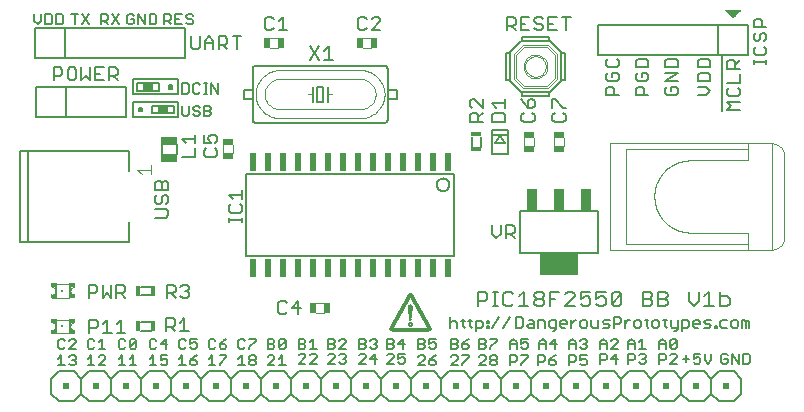
<source format=gto>
G75*
G70*
%OFA0B0*%
%FSLAX24Y24*%
%IPPOS*%
%LPD*%
%AMOC8*
5,1,8,0,0,1.08239X$1,22.5*
%
%ADD10C,0.0080*%
%ADD11C,0.0060*%
%ADD12C,0.0050*%
%ADD13C,0.0025*%
%ADD14C,0.0040*%
%ADD15C,0.0020*%
%ADD16R,0.0197X0.0374*%
%ADD17R,0.0197X0.0374*%
%ADD18R,0.1260X0.0730*%
%ADD19R,0.0340X0.0730*%
%ADD20R,0.0374X0.0197*%
%ADD21R,0.0374X0.0197*%
%ADD22R,0.0551X0.0256*%
%ADD23C,0.0049*%
%ADD24R,0.0340X0.0160*%
%ADD25R,0.0197X0.0128*%
%ADD26R,0.0098X0.0059*%
%ADD27R,0.0069X0.0157*%
%ADD28R,0.0079X0.0079*%
%ADD29R,0.0118X0.0118*%
%ADD30R,0.0030X0.0128*%
%ADD31R,0.0160X0.0340*%
%ADD32C,0.0120*%
%ADD33R,0.0200X0.0600*%
%ADD34R,0.0200X0.0200*%
%ADD35R,0.0551X0.0079*%
%ADD36C,0.0030*%
D10*
X002441Y002711D02*
X002441Y003131D01*
X002651Y003131D01*
X002721Y003061D01*
X002721Y002921D01*
X002651Y002851D01*
X002441Y002851D01*
X002901Y002711D02*
X003181Y002711D01*
X003041Y002711D02*
X003041Y003131D01*
X002901Y002991D01*
X003361Y002991D02*
X003502Y003131D01*
X003502Y002711D01*
X003642Y002711D02*
X003361Y002711D01*
X003342Y003878D02*
X003342Y004299D01*
X003553Y004299D01*
X003623Y004229D01*
X003623Y004088D01*
X003553Y004018D01*
X003342Y004018D01*
X003483Y004018D02*
X003623Y003878D01*
X003162Y003878D02*
X003162Y004299D01*
X002882Y004299D02*
X002882Y003878D01*
X003022Y004018D01*
X003162Y003878D01*
X002702Y004088D02*
X002702Y004229D01*
X002632Y004299D01*
X002422Y004299D01*
X002422Y003878D01*
X002422Y004018D02*
X002632Y004018D01*
X002702Y004088D01*
X015384Y004077D02*
X015384Y003597D01*
X015384Y003757D02*
X015624Y003757D01*
X015704Y003837D01*
X015704Y003997D01*
X015624Y004077D01*
X015384Y004077D01*
X015899Y004077D02*
X016059Y004077D01*
X015979Y004077D02*
X015979Y003597D01*
X015899Y003597D02*
X016059Y003597D01*
X016243Y003677D02*
X016323Y003597D01*
X016483Y003597D01*
X016563Y003677D01*
X016759Y003597D02*
X017079Y003597D01*
X016919Y003597D02*
X016919Y004077D01*
X016759Y003917D01*
X016563Y003997D02*
X016483Y004077D01*
X016323Y004077D01*
X016243Y003997D01*
X016243Y003677D01*
X017274Y003677D02*
X017274Y003757D01*
X017354Y003837D01*
X017514Y003837D01*
X017594Y003757D01*
X017594Y003677D01*
X017514Y003597D01*
X017354Y003597D01*
X017274Y003677D01*
X017354Y003837D02*
X017274Y003917D01*
X017274Y003997D01*
X017354Y004077D01*
X017514Y004077D01*
X017594Y003997D01*
X017594Y003917D01*
X017514Y003837D01*
X017790Y003837D02*
X017950Y003837D01*
X017790Y003597D02*
X017790Y004077D01*
X018110Y004077D01*
X018306Y003997D02*
X018386Y004077D01*
X018546Y004077D01*
X018626Y003997D01*
X018626Y003917D01*
X018306Y003597D01*
X018626Y003597D01*
X018821Y003677D02*
X018901Y003597D01*
X019061Y003597D01*
X019141Y003677D01*
X019141Y003837D01*
X019061Y003917D01*
X018981Y003917D01*
X018821Y003837D01*
X018821Y004077D01*
X019141Y004077D01*
X019337Y004077D02*
X019337Y003837D01*
X019497Y003917D01*
X019577Y003917D01*
X019657Y003837D01*
X019657Y003677D01*
X019577Y003597D01*
X019417Y003597D01*
X019337Y003677D01*
X019852Y003677D02*
X020173Y003997D01*
X020173Y003677D01*
X020093Y003597D01*
X019932Y003597D01*
X019852Y003677D01*
X019852Y003997D01*
X019932Y004077D01*
X020093Y004077D01*
X020173Y003997D01*
X019657Y004077D02*
X019337Y004077D01*
X020884Y004077D02*
X020884Y003597D01*
X021124Y003597D01*
X021204Y003677D01*
X021204Y003757D01*
X021124Y003837D01*
X020884Y003837D01*
X021124Y003837D02*
X021204Y003917D01*
X021204Y003997D01*
X021124Y004077D01*
X020884Y004077D01*
X021399Y004077D02*
X021639Y004077D01*
X021720Y003997D01*
X021720Y003917D01*
X021639Y003837D01*
X021399Y003837D01*
X021399Y003597D02*
X021639Y003597D01*
X021720Y003677D01*
X021720Y003757D01*
X021639Y003837D01*
X021399Y003597D02*
X021399Y004077D01*
X022431Y004077D02*
X022431Y003757D01*
X022591Y003597D01*
X022751Y003757D01*
X022751Y004077D01*
X022946Y003917D02*
X023106Y004077D01*
X023106Y003597D01*
X022946Y003597D02*
X023266Y003597D01*
X023462Y003597D02*
X023702Y003597D01*
X023782Y003677D01*
X023782Y003837D01*
X023702Y003917D01*
X023462Y003917D01*
X023462Y004077D02*
X023462Y003597D01*
X019390Y005367D02*
X016809Y005367D01*
X016809Y006767D01*
X019390Y006767D01*
X019390Y005367D01*
X023541Y010082D02*
X023541Y011923D01*
X023700Y011713D02*
X023770Y011783D01*
X023910Y011783D01*
X023980Y011713D01*
X023980Y011503D01*
X023980Y011643D02*
X024121Y011783D01*
X023700Y011713D02*
X023700Y011503D01*
X024121Y011503D01*
X024121Y011322D02*
X024121Y011042D01*
X023700Y011042D01*
X023770Y010862D02*
X023700Y010792D01*
X023700Y010652D01*
X023770Y010582D01*
X024051Y010582D01*
X024121Y010652D01*
X024121Y010792D01*
X024051Y010862D01*
X024121Y010402D02*
X023700Y010402D01*
X023840Y010262D01*
X023700Y010122D01*
X024121Y010122D01*
X023136Y010771D02*
X022996Y010631D01*
X022716Y010631D01*
X022996Y010911D02*
X023136Y010771D01*
X022996Y010911D02*
X022716Y010911D01*
X022716Y011091D02*
X022716Y011302D01*
X022786Y011372D01*
X023066Y011372D01*
X023136Y011302D01*
X023136Y011091D01*
X022716Y011091D01*
X022054Y011091D02*
X021633Y011091D01*
X022054Y011372D01*
X021633Y011372D01*
X021633Y011552D02*
X021633Y011762D01*
X021703Y011832D01*
X021984Y011832D01*
X022054Y011762D01*
X022054Y011552D01*
X021633Y011552D01*
X021069Y011552D02*
X021069Y011762D01*
X020999Y011832D01*
X020719Y011832D01*
X020649Y011762D01*
X020649Y011552D01*
X021069Y011552D01*
X020999Y011372D02*
X020859Y011372D01*
X020859Y011232D01*
X020719Y011372D02*
X020649Y011302D01*
X020649Y011162D01*
X020719Y011091D01*
X020999Y011091D01*
X021069Y011162D01*
X021069Y011302D01*
X020999Y011372D01*
X020859Y010911D02*
X020719Y010911D01*
X020649Y010841D01*
X020649Y010631D01*
X021069Y010631D01*
X020929Y010631D02*
X020929Y010841D01*
X020859Y010911D01*
X021633Y010841D02*
X021633Y010701D01*
X021703Y010631D01*
X021984Y010631D01*
X022054Y010701D01*
X022054Y010841D01*
X021984Y010911D01*
X021843Y010911D01*
X021843Y010771D01*
X021703Y010911D02*
X021633Y010841D01*
X022716Y011552D02*
X022716Y011762D01*
X022786Y011832D01*
X023066Y011832D01*
X023136Y011762D01*
X023136Y011552D01*
X022716Y011552D01*
X024586Y011653D02*
X024586Y011793D01*
X024586Y011723D02*
X025006Y011723D01*
X025006Y011653D02*
X025006Y011793D01*
X024936Y011960D02*
X024656Y011960D01*
X024586Y012030D01*
X024586Y012170D01*
X024656Y012240D01*
X024656Y012420D02*
X024726Y012420D01*
X024796Y012490D01*
X024796Y012630D01*
X024866Y012700D01*
X024936Y012700D01*
X025006Y012630D01*
X025006Y012490D01*
X024936Y012420D01*
X024936Y012240D02*
X025006Y012170D01*
X025006Y012030D01*
X024936Y011960D01*
X024656Y012420D02*
X024586Y012490D01*
X024586Y012630D01*
X024656Y012700D01*
X024586Y012881D02*
X024586Y013091D01*
X024656Y013161D01*
X024796Y013161D01*
X024866Y013091D01*
X024866Y012881D01*
X025006Y012881D02*
X024586Y012881D01*
X020085Y011762D02*
X020085Y011622D01*
X020015Y011552D01*
X019735Y011552D01*
X019665Y011622D01*
X019665Y011762D01*
X019735Y011832D01*
X020015Y011832D02*
X020085Y011762D01*
X020015Y011372D02*
X019875Y011372D01*
X019875Y011232D01*
X020015Y011372D02*
X020085Y011302D01*
X020085Y011162D01*
X020015Y011091D01*
X019735Y011091D01*
X019665Y011162D01*
X019665Y011302D01*
X019735Y011372D01*
X019735Y010911D02*
X019875Y010911D01*
X019945Y010841D01*
X019945Y010631D01*
X020085Y010631D02*
X019665Y010631D01*
X019665Y010841D01*
X019735Y010911D01*
X007498Y012580D02*
X007217Y012580D01*
X007358Y012580D02*
X007358Y012160D01*
X007037Y012160D02*
X006897Y012300D01*
X006967Y012300D02*
X006757Y012300D01*
X006757Y012160D02*
X006757Y012580D01*
X006967Y012580D01*
X007037Y012510D01*
X007037Y012370D01*
X006967Y012300D01*
X006577Y012370D02*
X006297Y012370D01*
X006297Y012440D02*
X006437Y012580D01*
X006577Y012440D01*
X006577Y012160D01*
X006297Y012160D02*
X006297Y012440D01*
X006117Y012580D02*
X006117Y012230D01*
X006047Y012160D01*
X005906Y012160D01*
X005836Y012230D01*
X005836Y012580D01*
X003381Y011477D02*
X003381Y011337D01*
X003311Y011267D01*
X003101Y011267D01*
X003241Y011267D02*
X003381Y011126D01*
X003101Y011126D02*
X003101Y011547D01*
X003311Y011547D01*
X003381Y011477D01*
X002921Y011547D02*
X002641Y011547D01*
X002641Y011126D01*
X002921Y011126D01*
X002781Y011337D02*
X002641Y011337D01*
X002461Y011547D02*
X002461Y011126D01*
X002320Y011267D01*
X002180Y011126D01*
X002180Y011547D01*
X002000Y011477D02*
X001930Y011547D01*
X001790Y011547D01*
X001720Y011477D01*
X001720Y011196D01*
X001790Y011126D01*
X001930Y011126D01*
X002000Y011196D01*
X002000Y011477D01*
X001540Y011477D02*
X001540Y011337D01*
X001470Y011267D01*
X001260Y011267D01*
X001260Y011126D02*
X001260Y011547D01*
X001470Y011547D01*
X001540Y011477D01*
D11*
X001170Y000670D02*
X001420Y000420D01*
X001920Y000420D01*
X002170Y000670D01*
X002420Y000420D01*
X002920Y000420D01*
X003170Y000670D01*
X003170Y001170D01*
X002920Y001420D01*
X002420Y001420D01*
X002170Y001170D01*
X002170Y000670D01*
X002170Y001170D02*
X001920Y001420D01*
X001420Y001420D01*
X001170Y001170D01*
X001170Y000670D01*
X001397Y001618D02*
X001624Y001618D01*
X001511Y001618D02*
X001511Y001959D01*
X001397Y001845D01*
X001766Y001902D02*
X001822Y001959D01*
X001936Y001959D01*
X001992Y001902D01*
X001992Y001845D01*
X001936Y001789D01*
X001992Y001732D01*
X001992Y001675D01*
X001936Y001618D01*
X001822Y001618D01*
X001766Y001675D01*
X001879Y001789D02*
X001936Y001789D01*
X001992Y002160D02*
X001766Y002160D01*
X001992Y002387D01*
X001992Y002443D01*
X001936Y002500D01*
X001822Y002500D01*
X001766Y002443D01*
X001624Y002443D02*
X001567Y002500D01*
X001454Y002500D01*
X001397Y002443D01*
X001397Y002216D01*
X001454Y002160D01*
X001567Y002160D01*
X001624Y002216D01*
X002381Y002216D02*
X002438Y002160D01*
X002552Y002160D01*
X002608Y002216D01*
X002750Y002160D02*
X002977Y002160D01*
X002863Y002160D02*
X002863Y002500D01*
X002750Y002387D01*
X002608Y002443D02*
X002552Y002500D01*
X002438Y002500D01*
X002381Y002443D01*
X002381Y002216D01*
X002495Y001959D02*
X002495Y001618D01*
X002608Y001618D02*
X002381Y001618D01*
X002750Y001618D02*
X002977Y001845D01*
X002977Y001902D01*
X002920Y001959D01*
X002806Y001959D01*
X002750Y001902D01*
X002495Y001959D02*
X002381Y001845D01*
X002750Y001618D02*
X002977Y001618D01*
X003415Y001618D02*
X003642Y001618D01*
X003528Y001618D02*
X003528Y001959D01*
X003415Y001845D01*
X003783Y001845D02*
X003897Y001959D01*
X003897Y001618D01*
X004010Y001618D02*
X003783Y001618D01*
X003920Y001420D02*
X003420Y001420D01*
X003170Y001170D01*
X003920Y001420D02*
X004170Y001170D01*
X004420Y001420D01*
X004920Y001420D01*
X005170Y001170D01*
X005420Y001420D01*
X005920Y001420D01*
X006170Y001170D01*
X006170Y000670D01*
X005920Y000420D01*
X005420Y000420D01*
X005170Y000670D01*
X004920Y000420D01*
X004420Y000420D01*
X004170Y000670D01*
X003920Y000420D01*
X003420Y000420D01*
X003170Y000670D01*
X004170Y000670D02*
X004170Y001170D01*
X004448Y001618D02*
X004675Y001618D01*
X004562Y001618D02*
X004562Y001959D01*
X004448Y001845D01*
X004817Y001789D02*
X004817Y001959D01*
X005044Y001959D01*
X004987Y001845D02*
X005044Y001789D01*
X005044Y001675D01*
X004987Y001618D01*
X004873Y001618D01*
X004817Y001675D01*
X004817Y001789D02*
X004930Y001845D01*
X004987Y001845D01*
X004987Y002160D02*
X004987Y002500D01*
X004817Y002330D01*
X005044Y002330D01*
X004675Y002443D02*
X004619Y002500D01*
X004505Y002500D01*
X004448Y002443D01*
X004448Y002216D01*
X004505Y002160D01*
X004619Y002160D01*
X004675Y002216D01*
X004010Y002216D02*
X003953Y002160D01*
X003840Y002160D01*
X003783Y002216D01*
X004010Y002443D01*
X004010Y002216D01*
X003783Y002216D02*
X003783Y002443D01*
X003840Y002500D01*
X003953Y002500D01*
X004010Y002443D01*
X003642Y002443D02*
X003585Y002500D01*
X003472Y002500D01*
X003415Y002443D01*
X003415Y002216D01*
X003472Y002160D01*
X003585Y002160D01*
X003642Y002216D01*
X004150Y002777D02*
X004490Y002777D01*
X004490Y003057D02*
X004150Y003057D01*
X005000Y003188D02*
X005000Y002747D01*
X005000Y002894D02*
X005220Y002894D01*
X005294Y002967D01*
X005294Y003114D01*
X005220Y003188D01*
X005000Y003188D01*
X005147Y002894D02*
X005294Y002747D01*
X005460Y002747D02*
X005754Y002747D01*
X005607Y002747D02*
X005607Y003188D01*
X005460Y003041D01*
X005489Y002500D02*
X005433Y002443D01*
X005433Y002216D01*
X005489Y002160D01*
X005603Y002160D01*
X005660Y002216D01*
X005801Y002216D02*
X005858Y002160D01*
X005971Y002160D01*
X006028Y002216D01*
X006028Y002330D01*
X005971Y002387D01*
X005914Y002387D01*
X005801Y002330D01*
X005801Y002500D01*
X006028Y002500D01*
X006417Y002443D02*
X006417Y002216D01*
X006474Y002160D01*
X006587Y002160D01*
X006644Y002216D01*
X006785Y002216D02*
X006842Y002160D01*
X006955Y002160D01*
X007012Y002216D01*
X007012Y002273D01*
X006955Y002330D01*
X006785Y002330D01*
X006785Y002216D01*
X006785Y002330D02*
X006899Y002443D01*
X007012Y002500D01*
X007401Y002443D02*
X007401Y002216D01*
X007458Y002160D01*
X007571Y002160D01*
X007628Y002216D01*
X007769Y002216D02*
X007769Y002160D01*
X007769Y002216D02*
X007996Y002443D01*
X007996Y002500D01*
X007769Y002500D01*
X007628Y002443D02*
X007571Y002500D01*
X007458Y002500D01*
X007401Y002443D01*
X007515Y001959D02*
X007515Y001618D01*
X007628Y001618D02*
X007401Y001618D01*
X007420Y001420D02*
X007170Y001170D01*
X007170Y000670D01*
X007420Y000420D01*
X007920Y000420D01*
X008170Y000670D01*
X008420Y000420D01*
X008920Y000420D01*
X009170Y000670D01*
X009170Y001170D01*
X008920Y001420D01*
X008420Y001420D01*
X008170Y001170D01*
X008170Y000670D01*
X008170Y001170D02*
X007920Y001420D01*
X007420Y001420D01*
X007170Y001170D02*
X006920Y001420D01*
X006420Y001420D01*
X006170Y001170D01*
X005971Y001618D02*
X005858Y001618D01*
X005801Y001675D01*
X005801Y001789D01*
X005971Y001789D01*
X006028Y001732D01*
X006028Y001675D01*
X005971Y001618D01*
X006417Y001618D02*
X006644Y001618D01*
X006530Y001618D02*
X006530Y001959D01*
X006417Y001845D01*
X006028Y001959D02*
X005914Y001902D01*
X005801Y001789D01*
X005546Y001959D02*
X005546Y001618D01*
X005433Y001618D02*
X005660Y001618D01*
X005433Y001845D02*
X005546Y001959D01*
X005660Y002443D02*
X005603Y002500D01*
X005489Y002500D01*
X006417Y002443D02*
X006474Y002500D01*
X006587Y002500D01*
X006644Y002443D01*
X006785Y001959D02*
X007012Y001959D01*
X007012Y001902D01*
X006785Y001675D01*
X006785Y001618D01*
X007401Y001845D02*
X007515Y001959D01*
X007769Y001902D02*
X007769Y001845D01*
X007826Y001789D01*
X007940Y001789D01*
X007996Y001732D01*
X007996Y001675D01*
X007940Y001618D01*
X007826Y001618D01*
X007769Y001675D01*
X007769Y001732D01*
X007826Y001789D01*
X007940Y001789D02*
X007996Y001845D01*
X007996Y001902D01*
X007940Y001959D01*
X007826Y001959D01*
X007769Y001902D01*
X008385Y001902D02*
X008442Y001959D01*
X008556Y001959D01*
X008612Y001902D01*
X008612Y001845D01*
X008385Y001618D01*
X008612Y001618D01*
X008754Y001618D02*
X008981Y001618D01*
X008867Y001618D02*
X008867Y001959D01*
X008754Y001845D01*
X008810Y002160D02*
X008754Y002216D01*
X008981Y002443D01*
X008981Y002216D01*
X008924Y002160D01*
X008810Y002160D01*
X008754Y002216D02*
X008754Y002443D01*
X008810Y002500D01*
X008924Y002500D01*
X008981Y002443D01*
X008612Y002443D02*
X008556Y002500D01*
X008385Y002500D01*
X008385Y002160D01*
X008556Y002160D01*
X008612Y002216D01*
X008612Y002273D01*
X008556Y002330D01*
X008385Y002330D01*
X008556Y002330D02*
X008612Y002387D01*
X008612Y002443D01*
X009419Y002500D02*
X009419Y002160D01*
X009589Y002160D01*
X009646Y002216D01*
X009646Y002273D01*
X009589Y002330D01*
X009419Y002330D01*
X009589Y002330D02*
X009646Y002387D01*
X009646Y002443D01*
X009589Y002500D01*
X009419Y002500D01*
X009787Y002387D02*
X009901Y002500D01*
X009901Y002160D01*
X010014Y002160D02*
X009787Y002160D01*
X009844Y002008D02*
X009787Y001951D01*
X009844Y002008D02*
X009957Y002008D01*
X010014Y001951D01*
X010014Y001894D01*
X009787Y001668D01*
X010014Y001668D01*
X009646Y001668D02*
X009419Y001668D01*
X009646Y001894D01*
X009646Y001951D01*
X009589Y002008D01*
X009476Y002008D01*
X009419Y001951D01*
X009420Y001420D02*
X009920Y001420D01*
X010170Y001170D01*
X010420Y001420D01*
X010920Y001420D01*
X011170Y001170D01*
X011420Y001420D01*
X011920Y001420D01*
X012170Y001170D01*
X012170Y000670D01*
X011920Y000420D01*
X011420Y000420D01*
X011170Y000670D01*
X010920Y000420D01*
X010420Y000420D01*
X010170Y000670D01*
X009920Y000420D01*
X009420Y000420D01*
X009170Y000670D01*
X009170Y001170D02*
X009420Y001420D01*
X010170Y001170D02*
X010170Y000670D01*
X011170Y000670D02*
X011170Y001170D01*
X010942Y001668D02*
X010828Y001668D01*
X010771Y001724D01*
X010630Y001668D02*
X010403Y001668D01*
X010630Y001894D01*
X010630Y001951D01*
X010573Y002008D01*
X010460Y002008D01*
X010403Y001951D01*
X010403Y002160D02*
X010573Y002160D01*
X010630Y002216D01*
X010630Y002273D01*
X010573Y002330D01*
X010403Y002330D01*
X010403Y002160D02*
X010403Y002500D01*
X010573Y002500D01*
X010630Y002443D01*
X010630Y002387D01*
X010573Y002330D01*
X010771Y002443D02*
X010828Y002500D01*
X010942Y002500D01*
X010998Y002443D01*
X010998Y002387D01*
X010771Y002160D01*
X010998Y002160D01*
X010942Y002008D02*
X010998Y001951D01*
X010998Y001894D01*
X010942Y001838D01*
X010998Y001781D01*
X010998Y001724D01*
X010942Y001668D01*
X010942Y001838D02*
X010885Y001838D01*
X010771Y001951D02*
X010828Y002008D01*
X010942Y002008D01*
X011437Y001951D02*
X011493Y002008D01*
X011607Y002008D01*
X011663Y001951D01*
X011663Y001894D01*
X011437Y001668D01*
X011663Y001668D01*
X011805Y001838D02*
X012032Y001838D01*
X011975Y001668D02*
X011975Y002008D01*
X011805Y001838D01*
X011862Y002160D02*
X011805Y002216D01*
X011862Y002160D02*
X011975Y002160D01*
X012032Y002216D01*
X012032Y002273D01*
X011975Y002330D01*
X011918Y002330D01*
X011975Y002330D02*
X012032Y002387D01*
X012032Y002443D01*
X011975Y002500D01*
X011862Y002500D01*
X011805Y002443D01*
X011663Y002443D02*
X011663Y002387D01*
X011607Y002330D01*
X011437Y002330D01*
X011607Y002330D02*
X011663Y002273D01*
X011663Y002216D01*
X011607Y002160D01*
X011437Y002160D01*
X011437Y002500D01*
X011607Y002500D01*
X011663Y002443D01*
X012372Y002500D02*
X012372Y002160D01*
X012542Y002160D01*
X012599Y002216D01*
X012599Y002273D01*
X012542Y002330D01*
X012372Y002330D01*
X012542Y002330D02*
X012599Y002387D01*
X012599Y002443D01*
X012542Y002500D01*
X012372Y002500D01*
X012740Y002330D02*
X012967Y002330D01*
X012910Y002160D02*
X012910Y002500D01*
X012740Y002330D01*
X012740Y002008D02*
X012740Y001838D01*
X012853Y001894D01*
X012910Y001894D01*
X012967Y001838D01*
X012967Y001724D01*
X012910Y001668D01*
X012797Y001668D01*
X012740Y001724D01*
X012599Y001668D02*
X012372Y001668D01*
X012599Y001894D01*
X012599Y001951D01*
X012542Y002008D01*
X012428Y002008D01*
X012372Y001951D01*
X012740Y002008D02*
X012967Y002008D01*
X013405Y001902D02*
X013462Y001959D01*
X013575Y001959D01*
X013632Y001902D01*
X013632Y001845D01*
X013405Y001618D01*
X013632Y001618D01*
X013773Y001675D02*
X013830Y001618D01*
X013944Y001618D01*
X014000Y001675D01*
X014000Y001732D01*
X013944Y001789D01*
X013773Y001789D01*
X013773Y001675D01*
X013773Y001789D02*
X013887Y001902D01*
X014000Y001959D01*
X013944Y002160D02*
X013830Y002160D01*
X013773Y002216D01*
X013773Y002330D02*
X013887Y002387D01*
X013944Y002387D01*
X014000Y002330D01*
X014000Y002216D01*
X013944Y002160D01*
X013773Y002330D02*
X013773Y002500D01*
X014000Y002500D01*
X013632Y002443D02*
X013632Y002387D01*
X013575Y002330D01*
X013405Y002330D01*
X013405Y002160D02*
X013405Y002500D01*
X013575Y002500D01*
X013632Y002443D01*
X013575Y002330D02*
X013632Y002273D01*
X013632Y002216D01*
X013575Y002160D01*
X013405Y002160D01*
X014488Y002160D02*
X014658Y002160D01*
X014715Y002216D01*
X014715Y002273D01*
X014658Y002330D01*
X014488Y002330D01*
X014658Y002330D02*
X014715Y002387D01*
X014715Y002443D01*
X014658Y002500D01*
X014488Y002500D01*
X014488Y002160D01*
X014544Y001959D02*
X014488Y001902D01*
X014544Y001959D02*
X014658Y001959D01*
X014715Y001902D01*
X014715Y001845D01*
X014488Y001618D01*
X014715Y001618D01*
X014856Y001618D02*
X014856Y001675D01*
X015083Y001902D01*
X015083Y001959D01*
X014856Y001959D01*
X014913Y002160D02*
X015026Y002160D01*
X015083Y002216D01*
X015083Y002273D01*
X015026Y002330D01*
X014856Y002330D01*
X014856Y002216D01*
X014913Y002160D01*
X014856Y002330D02*
X014970Y002443D01*
X015083Y002500D01*
X015423Y002500D02*
X015593Y002500D01*
X015650Y002443D01*
X015650Y002387D01*
X015593Y002330D01*
X015423Y002330D01*
X015593Y002330D02*
X015650Y002273D01*
X015650Y002216D01*
X015593Y002160D01*
X015423Y002160D01*
X015423Y002500D01*
X015791Y002500D02*
X016018Y002500D01*
X016018Y002443D01*
X015791Y002216D01*
X015791Y002160D01*
X015848Y001959D02*
X015961Y001959D01*
X016018Y001902D01*
X016018Y001845D01*
X015961Y001789D01*
X015848Y001789D01*
X015791Y001845D01*
X015791Y001902D01*
X015848Y001959D01*
X015848Y001789D02*
X015791Y001732D01*
X015791Y001675D01*
X015848Y001618D01*
X015961Y001618D01*
X016018Y001675D01*
X016018Y001732D01*
X015961Y001789D01*
X016456Y001732D02*
X016626Y001732D01*
X016683Y001789D01*
X016683Y001902D01*
X016626Y001959D01*
X016456Y001959D01*
X016456Y001618D01*
X016420Y001420D02*
X016170Y001170D01*
X016170Y000670D01*
X016420Y000420D01*
X016920Y000420D01*
X017170Y000670D01*
X017420Y000420D01*
X017920Y000420D01*
X018170Y000670D01*
X018170Y001170D01*
X017920Y001420D01*
X017420Y001420D01*
X017170Y001170D01*
X017170Y000670D01*
X017170Y001170D02*
X016920Y001420D01*
X016420Y001420D01*
X016170Y001170D02*
X015920Y001420D01*
X015420Y001420D01*
X015170Y001170D01*
X015170Y000670D01*
X014920Y000420D01*
X014420Y000420D01*
X014170Y000670D01*
X013920Y000420D01*
X013420Y000420D01*
X013170Y000670D01*
X012920Y000420D01*
X012420Y000420D01*
X012170Y000670D01*
X012170Y001170D02*
X012420Y001420D01*
X012920Y001420D01*
X013170Y001170D01*
X013420Y001420D01*
X013920Y001420D01*
X014170Y001170D01*
X014420Y001420D01*
X014920Y001420D01*
X015170Y001170D01*
X015423Y001618D02*
X015650Y001845D01*
X015650Y001902D01*
X015593Y001959D01*
X015480Y001959D01*
X015423Y001902D01*
X015423Y001618D02*
X015650Y001618D01*
X016456Y002160D02*
X016456Y002387D01*
X016570Y002500D01*
X016683Y002387D01*
X016683Y002160D01*
X016825Y002216D02*
X016881Y002160D01*
X016995Y002160D01*
X017051Y002216D01*
X017051Y002330D01*
X016995Y002387D01*
X016938Y002387D01*
X016825Y002330D01*
X016825Y002500D01*
X017051Y002500D01*
X017441Y002387D02*
X017554Y002500D01*
X017667Y002387D01*
X017667Y002160D01*
X017667Y002330D02*
X017441Y002330D01*
X017441Y002387D02*
X017441Y002160D01*
X017391Y001959D02*
X017561Y001959D01*
X017618Y001902D01*
X017618Y001789D01*
X017561Y001732D01*
X017391Y001732D01*
X017391Y001618D02*
X017391Y001959D01*
X017051Y001959D02*
X017051Y001902D01*
X016825Y001675D01*
X016825Y001618D01*
X016825Y001959D02*
X017051Y001959D01*
X016683Y002330D02*
X016456Y002330D01*
X017760Y001789D02*
X017760Y001675D01*
X017816Y001618D01*
X017930Y001618D01*
X017986Y001675D01*
X017986Y001732D01*
X017930Y001789D01*
X017760Y001789D01*
X017873Y001902D01*
X017986Y001959D01*
X017979Y002160D02*
X017979Y002500D01*
X017809Y002330D01*
X018036Y002330D01*
X018425Y002330D02*
X018652Y002330D01*
X018652Y002387D02*
X018652Y002160D01*
X018793Y002216D02*
X018850Y002160D01*
X018963Y002160D01*
X019020Y002216D01*
X019020Y002273D01*
X018963Y002330D01*
X018907Y002330D01*
X018963Y002330D02*
X019020Y002387D01*
X019020Y002443D01*
X018963Y002500D01*
X018850Y002500D01*
X018793Y002443D01*
X018652Y002387D02*
X018538Y002500D01*
X018425Y002387D01*
X018425Y002160D01*
X018425Y001959D02*
X018595Y001959D01*
X018652Y001902D01*
X018652Y001789D01*
X018595Y001732D01*
X018425Y001732D01*
X018425Y001618D02*
X018425Y001959D01*
X018793Y001959D02*
X018793Y001789D01*
X018907Y001845D01*
X018963Y001845D01*
X019020Y001789D01*
X019020Y001675D01*
X018963Y001618D01*
X018850Y001618D01*
X018793Y001675D01*
X018793Y001959D02*
X019020Y001959D01*
X019458Y002008D02*
X019458Y001668D01*
X019458Y001781D02*
X019628Y001781D01*
X019685Y001838D01*
X019685Y001951D01*
X019628Y002008D01*
X019458Y002008D01*
X019458Y002160D02*
X019458Y002387D01*
X019572Y002500D01*
X019685Y002387D01*
X019685Y002160D01*
X019827Y002160D02*
X020053Y002387D01*
X020053Y002443D01*
X019997Y002500D01*
X019883Y002500D01*
X019827Y002443D01*
X019685Y002330D02*
X019458Y002330D01*
X019827Y002160D02*
X020053Y002160D01*
X019997Y002008D02*
X019827Y001838D01*
X020053Y001838D01*
X019997Y001668D02*
X019997Y002008D01*
X020393Y002008D02*
X020393Y001668D01*
X020393Y001781D02*
X020563Y001781D01*
X020620Y001838D01*
X020620Y001951D01*
X020563Y002008D01*
X020393Y002008D01*
X020393Y002160D02*
X020393Y002387D01*
X020507Y002500D01*
X020620Y002387D01*
X020620Y002160D01*
X020762Y002160D02*
X020988Y002160D01*
X020875Y002160D02*
X020875Y002500D01*
X020762Y002387D01*
X020620Y002330D02*
X020393Y002330D01*
X020762Y001951D02*
X020818Y002008D01*
X020932Y002008D01*
X020988Y001951D01*
X020988Y001894D01*
X020932Y001838D01*
X020988Y001781D01*
X020988Y001724D01*
X020932Y001668D01*
X020818Y001668D01*
X020762Y001724D01*
X020875Y001838D02*
X020932Y001838D01*
X021427Y001781D02*
X021597Y001781D01*
X021654Y001838D01*
X021654Y001951D01*
X021597Y002008D01*
X021427Y002008D01*
X021427Y001668D01*
X021795Y001668D02*
X022022Y001894D01*
X022022Y001951D01*
X021965Y002008D01*
X021852Y002008D01*
X021795Y001951D01*
X021852Y002160D02*
X021795Y002216D01*
X022022Y002443D01*
X022022Y002216D01*
X021965Y002160D01*
X021852Y002160D01*
X021795Y002216D02*
X021795Y002443D01*
X021852Y002500D01*
X021965Y002500D01*
X022022Y002443D01*
X021654Y002387D02*
X021654Y002160D01*
X021654Y002330D02*
X021427Y002330D01*
X021427Y002387D02*
X021427Y002160D01*
X021427Y002387D02*
X021540Y002500D01*
X021654Y002387D01*
X022328Y001951D02*
X022328Y001724D01*
X022441Y001838D02*
X022214Y001838D01*
X022022Y001668D02*
X021795Y001668D01*
X021920Y001420D02*
X021420Y001420D01*
X021170Y001170D01*
X021170Y000670D01*
X021420Y000420D01*
X021920Y000420D01*
X022170Y000670D01*
X022420Y000420D01*
X022920Y000420D01*
X023170Y000670D01*
X023420Y000420D01*
X023920Y000420D01*
X024170Y000670D01*
X024170Y001170D01*
X023920Y001420D01*
X023420Y001420D01*
X023170Y001170D01*
X023170Y000670D01*
X023170Y001170D02*
X022920Y001420D01*
X022420Y001420D01*
X022170Y001170D01*
X022170Y000670D01*
X022170Y001170D02*
X021920Y001420D01*
X022582Y001724D02*
X022639Y001668D01*
X022753Y001668D01*
X022809Y001724D01*
X022809Y001838D01*
X022753Y001894D01*
X022696Y001894D01*
X022582Y001838D01*
X022582Y002008D01*
X022809Y002008D01*
X022951Y002008D02*
X022951Y001781D01*
X023064Y001668D01*
X023178Y001781D01*
X023178Y002008D01*
X023494Y001951D02*
X023494Y001724D01*
X023550Y001668D01*
X023664Y001668D01*
X023721Y001724D01*
X023721Y001838D01*
X023607Y001838D01*
X023494Y001951D02*
X023550Y002008D01*
X023664Y002008D01*
X023721Y001951D01*
X023862Y002008D02*
X024089Y001668D01*
X024089Y002008D01*
X024230Y002008D02*
X024400Y002008D01*
X024457Y001951D01*
X024457Y001724D01*
X024400Y001668D01*
X024230Y001668D01*
X024230Y002008D01*
X023862Y002008D02*
X023862Y001668D01*
X021170Y001170D02*
X020920Y001420D01*
X020420Y001420D01*
X020170Y001170D01*
X020170Y000670D01*
X020420Y000420D01*
X020920Y000420D01*
X021170Y000670D01*
X020170Y000670D02*
X019920Y000420D01*
X019420Y000420D01*
X019170Y000670D01*
X018920Y000420D01*
X018420Y000420D01*
X018170Y000670D01*
X018170Y001170D02*
X018420Y001420D01*
X018920Y001420D01*
X019170Y001170D01*
X019420Y001420D01*
X019920Y001420D01*
X020170Y001170D01*
X019170Y001170D02*
X019170Y000670D01*
X016170Y000670D02*
X015920Y000420D01*
X015420Y000420D01*
X015170Y000670D01*
X014170Y000670D02*
X014170Y001170D01*
X013170Y001170D02*
X013170Y000670D01*
X009410Y003314D02*
X009410Y003755D01*
X009190Y003534D01*
X009484Y003534D01*
X009024Y003388D02*
X008950Y003314D01*
X008803Y003314D01*
X008730Y003388D01*
X008730Y003681D01*
X008803Y003755D01*
X008950Y003755D01*
X009024Y003681D01*
X007653Y005258D02*
X014603Y005258D01*
X014603Y007985D01*
X007653Y007985D01*
X007653Y005258D01*
X005774Y004235D02*
X005701Y004309D01*
X005554Y004309D01*
X005480Y004235D01*
X005314Y004235D02*
X005314Y004088D01*
X005240Y004015D01*
X005020Y004015D01*
X005020Y003868D02*
X005020Y004309D01*
X005240Y004309D01*
X005314Y004235D01*
X005167Y004015D02*
X005314Y003868D01*
X005480Y003942D02*
X005554Y003868D01*
X005701Y003868D01*
X005774Y003942D01*
X005774Y004015D01*
X005701Y004088D01*
X005627Y004088D01*
X005701Y004088D02*
X005774Y004162D01*
X005774Y004235D01*
X004490Y004238D02*
X004150Y004238D01*
X004150Y003958D02*
X004490Y003958D01*
X007098Y006392D02*
X007098Y006539D01*
X007098Y006465D02*
X007538Y006465D01*
X007538Y006392D02*
X007538Y006539D01*
X007465Y006699D02*
X007538Y006772D01*
X007538Y006919D01*
X007465Y006993D01*
X007538Y007159D02*
X007538Y007453D01*
X007538Y007306D02*
X007098Y007306D01*
X007244Y007159D01*
X007171Y006993D02*
X007098Y006919D01*
X007098Y006772D01*
X007171Y006699D01*
X007465Y006699D01*
X005077Y006760D02*
X005077Y006613D01*
X005004Y006540D01*
X004637Y006540D01*
X004637Y006833D02*
X005004Y006833D01*
X005077Y006760D01*
X005004Y007000D02*
X005077Y007073D01*
X005077Y007220D01*
X005004Y007294D01*
X004931Y007294D01*
X004857Y007220D01*
X004857Y007073D01*
X004784Y007000D01*
X004710Y007000D01*
X004637Y007073D01*
X004637Y007220D01*
X004710Y007294D01*
X004637Y007460D02*
X004637Y007681D01*
X004710Y007754D01*
X004784Y007754D01*
X004857Y007681D01*
X004857Y007460D01*
X005077Y007460D02*
X004637Y007460D01*
X004857Y007681D02*
X004931Y007754D01*
X005004Y007754D01*
X005077Y007681D01*
X005077Y007460D01*
X005523Y008557D02*
X005963Y008557D01*
X005963Y008851D01*
X005963Y009018D02*
X005963Y009311D01*
X005963Y009165D02*
X005523Y009165D01*
X005670Y009018D01*
X005357Y008984D02*
X005357Y008661D01*
X004857Y008661D02*
X004857Y008984D01*
X006261Y009018D02*
X006481Y009018D01*
X006408Y009165D01*
X006408Y009238D01*
X006481Y009311D01*
X006628Y009311D01*
X006701Y009238D01*
X006701Y009091D01*
X006628Y009018D01*
X006628Y008851D02*
X006701Y008778D01*
X006701Y008631D01*
X006628Y008557D01*
X006334Y008557D01*
X006261Y008631D01*
X006261Y008778D01*
X006334Y008851D01*
X006261Y009018D02*
X006261Y009311D01*
X006261Y009927D02*
X006432Y009927D01*
X006488Y009984D01*
X006488Y010041D01*
X006432Y010098D01*
X006261Y010098D01*
X006120Y010041D02*
X006120Y009984D01*
X006063Y009927D01*
X005950Y009927D01*
X005893Y009984D01*
X005950Y010098D02*
X006063Y010098D01*
X006120Y010041D01*
X006120Y010211D02*
X006063Y010268D01*
X005950Y010268D01*
X005893Y010211D01*
X005893Y010154D01*
X005950Y010098D01*
X005752Y009984D02*
X005752Y010268D01*
X005525Y010268D02*
X005525Y009984D01*
X005581Y009927D01*
X005695Y009927D01*
X005752Y009984D01*
X006261Y009927D02*
X006261Y010268D01*
X006432Y010268D01*
X006488Y010211D01*
X006488Y010154D01*
X006432Y010098D01*
X006375Y010677D02*
X006261Y010677D01*
X006318Y010677D02*
X006318Y011018D01*
X006261Y011018D02*
X006375Y011018D01*
X006507Y011018D02*
X006734Y010677D01*
X006734Y011018D01*
X006507Y011018D02*
X006507Y010677D01*
X006120Y010734D02*
X006063Y010677D01*
X005950Y010677D01*
X005893Y010734D01*
X005893Y010961D01*
X005950Y011018D01*
X006063Y011018D01*
X006120Y010961D01*
X005752Y010961D02*
X005752Y010734D01*
X005695Y010677D01*
X005525Y010677D01*
X005525Y011018D01*
X005695Y011018D01*
X005752Y010961D01*
X007583Y010809D02*
X007583Y010509D01*
X007883Y010509D01*
X007883Y010809D01*
X007583Y010809D01*
X007883Y010809D02*
X007883Y011109D01*
X007883Y011509D01*
X007885Y011526D01*
X007889Y011543D01*
X007896Y011559D01*
X007906Y011573D01*
X007919Y011586D01*
X007933Y011596D01*
X007949Y011603D01*
X007966Y011607D01*
X007983Y011609D01*
X012283Y011609D01*
X012300Y011607D01*
X012317Y011603D01*
X012333Y011596D01*
X012347Y011586D01*
X012360Y011573D01*
X012370Y011559D01*
X012377Y011543D01*
X012381Y011526D01*
X012383Y011509D01*
X012383Y011109D01*
X012383Y010209D01*
X012383Y009809D01*
X012381Y009792D01*
X012377Y009775D01*
X012370Y009759D01*
X012360Y009745D01*
X012347Y009732D01*
X012333Y009722D01*
X012317Y009715D01*
X012300Y009711D01*
X012283Y009709D01*
X007983Y009709D01*
X007966Y009711D01*
X007949Y009715D01*
X007933Y009722D01*
X007919Y009732D01*
X007906Y009745D01*
X007896Y009759D01*
X007889Y009775D01*
X007885Y009792D01*
X007883Y009809D01*
X007883Y010209D01*
X007883Y010509D01*
X009883Y010409D02*
X009883Y010659D01*
X009883Y010909D01*
X010033Y010909D02*
X010233Y010909D01*
X010233Y010409D01*
X010033Y010409D01*
X010033Y010909D01*
X010383Y010909D02*
X010383Y010659D01*
X010383Y010409D01*
X012383Y010509D02*
X012683Y010509D01*
X012683Y010809D01*
X012383Y010809D01*
X010567Y011805D02*
X010273Y011805D01*
X010420Y011805D02*
X010420Y012246D01*
X010273Y012099D01*
X010106Y012246D02*
X009813Y011805D01*
X010106Y011805D02*
X009813Y012246D01*
X009041Y012790D02*
X008747Y012790D01*
X008894Y012790D02*
X008894Y013230D01*
X008747Y013083D01*
X008581Y013157D02*
X008507Y013230D01*
X008360Y013230D01*
X008287Y013157D01*
X008287Y012863D01*
X008360Y012790D01*
X008507Y012790D01*
X008581Y012863D01*
X005904Y013043D02*
X005847Y012987D01*
X005734Y012987D01*
X005677Y013043D01*
X005734Y013157D02*
X005847Y013157D01*
X005904Y013100D01*
X005904Y013043D01*
X005734Y013157D02*
X005677Y013213D01*
X005677Y013270D01*
X005734Y013327D01*
X005847Y013327D01*
X005904Y013270D01*
X005536Y013327D02*
X005309Y013327D01*
X005309Y012987D01*
X005536Y012987D01*
X005422Y013157D02*
X005309Y013157D01*
X005167Y013157D02*
X005111Y013100D01*
X004941Y013100D01*
X005054Y013100D02*
X005167Y012987D01*
X005167Y013157D02*
X005167Y013270D01*
X005111Y013327D01*
X004941Y013327D01*
X004941Y012987D01*
X004674Y013043D02*
X004674Y013270D01*
X004617Y013327D01*
X004447Y013327D01*
X004447Y012987D01*
X004617Y012987D01*
X004674Y013043D01*
X004305Y012987D02*
X004305Y013327D01*
X004079Y013327D02*
X004305Y012987D01*
X004079Y012987D02*
X004079Y013327D01*
X003937Y013270D02*
X003880Y013327D01*
X003767Y013327D01*
X003710Y013270D01*
X003710Y013043D01*
X003767Y012987D01*
X003880Y012987D01*
X003937Y013043D01*
X003937Y013157D01*
X003824Y013157D01*
X003420Y012987D02*
X003193Y013327D01*
X003051Y013270D02*
X003051Y013157D01*
X002995Y013100D01*
X002824Y013100D01*
X002824Y012987D02*
X002824Y013327D01*
X002995Y013327D01*
X003051Y013270D01*
X002938Y013100D02*
X003051Y012987D01*
X003193Y012987D02*
X003420Y013327D01*
X002435Y013327D02*
X002208Y012987D01*
X002435Y012987D02*
X002208Y013327D01*
X002067Y013327D02*
X001840Y013327D01*
X001954Y013327D02*
X001954Y012987D01*
X001573Y013043D02*
X001573Y013270D01*
X001517Y013327D01*
X001346Y013327D01*
X001346Y012987D01*
X001517Y012987D01*
X001573Y013043D01*
X001205Y013043D02*
X001148Y012987D01*
X000978Y012987D01*
X000978Y013327D01*
X001148Y013327D01*
X001205Y013270D01*
X001205Y013043D01*
X000837Y013100D02*
X000837Y013327D01*
X000610Y013327D02*
X000610Y013100D01*
X000723Y012987D01*
X000837Y013100D01*
X011387Y013157D02*
X011387Y012863D01*
X011461Y012790D01*
X011608Y012790D01*
X011681Y012863D01*
X011848Y012790D02*
X012141Y013083D01*
X012141Y013157D01*
X012068Y013230D01*
X011921Y013230D01*
X011848Y013157D01*
X011681Y013157D02*
X011608Y013230D01*
X011461Y013230D01*
X011387Y013157D01*
X011848Y012790D02*
X012141Y012790D01*
X016358Y012790D02*
X016358Y013230D01*
X016578Y013230D01*
X016651Y013157D01*
X016651Y013010D01*
X016578Y012936D01*
X016358Y012936D01*
X016505Y012936D02*
X016651Y012790D01*
X016818Y012790D02*
X017112Y012790D01*
X017279Y012863D02*
X017352Y012790D01*
X017499Y012790D01*
X017572Y012863D01*
X017572Y012936D01*
X017499Y013010D01*
X017352Y013010D01*
X017279Y013083D01*
X017279Y013157D01*
X017352Y013230D01*
X017499Y013230D01*
X017572Y013157D01*
X017739Y013230D02*
X017739Y012790D01*
X018033Y012790D01*
X017886Y013010D02*
X017739Y013010D01*
X017739Y013230D02*
X018033Y013230D01*
X018199Y013230D02*
X018493Y013230D01*
X018346Y013230D02*
X018346Y012790D01*
X017758Y012563D02*
X017758Y012437D01*
X017792Y012438D02*
X016866Y012438D01*
X016866Y012563D01*
X017758Y012563D01*
X017792Y012438D02*
X018171Y012058D01*
X018171Y012025D01*
X018296Y012025D01*
X018296Y011132D01*
X018171Y011132D01*
X018171Y011099D02*
X018171Y012025D01*
X016866Y012438D02*
X016832Y012438D01*
X016453Y012058D01*
X016453Y011132D01*
X016328Y011132D01*
X016328Y012025D01*
X016453Y012025D01*
X016818Y012790D02*
X016818Y013230D01*
X017112Y013230D01*
X016965Y013010D02*
X016818Y013010D01*
X016453Y011132D02*
X016453Y011099D01*
X016832Y010720D01*
X017758Y010720D01*
X017758Y010594D01*
X016866Y010594D01*
X016866Y010720D01*
X016842Y010492D02*
X016915Y010346D01*
X017062Y010199D01*
X017062Y010419D01*
X017135Y010492D01*
X017209Y010492D01*
X017282Y010419D01*
X017282Y010272D01*
X017209Y010199D01*
X017062Y010199D01*
X017209Y010032D02*
X017282Y009959D01*
X017282Y009812D01*
X017209Y009739D01*
X016915Y009739D01*
X016842Y009812D01*
X016842Y009959D01*
X016915Y010032D01*
X016298Y009959D02*
X016224Y010032D01*
X015931Y010032D01*
X015858Y009959D01*
X015858Y009739D01*
X016298Y009739D01*
X016298Y009959D01*
X016298Y010199D02*
X016298Y010492D01*
X016298Y010346D02*
X015858Y010346D01*
X016004Y010199D01*
X015560Y010199D02*
X015560Y010492D01*
X015560Y010199D02*
X015266Y010492D01*
X015193Y010492D01*
X015119Y010419D01*
X015119Y010272D01*
X015193Y010199D01*
X015193Y010032D02*
X015340Y010032D01*
X015413Y009959D01*
X015413Y009739D01*
X015413Y009885D02*
X015560Y010032D01*
X015193Y010032D02*
X015119Y009959D01*
X015119Y009739D01*
X015560Y009739D01*
X015855Y009462D02*
X016407Y009462D01*
X016407Y008675D01*
X015855Y008675D01*
X015855Y009462D01*
X016131Y009266D02*
X015974Y009029D01*
X016289Y009029D01*
X016131Y009266D01*
X015484Y009239D02*
X015484Y008899D01*
X015203Y008899D02*
X015203Y009239D01*
X017875Y009812D02*
X017949Y009739D01*
X018242Y009739D01*
X018316Y009812D01*
X018316Y009959D01*
X018242Y010032D01*
X018242Y010199D02*
X018316Y010199D01*
X018242Y010199D02*
X017949Y010492D01*
X017875Y010492D01*
X017875Y010199D01*
X017949Y010032D02*
X017875Y009959D01*
X017875Y009812D01*
X017792Y010720D02*
X017758Y010720D01*
X017792Y010720D02*
X018171Y011099D01*
X014023Y007638D02*
X014025Y007667D01*
X014031Y007695D01*
X014040Y007722D01*
X014054Y007747D01*
X014070Y007771D01*
X014090Y007791D01*
X014112Y007810D01*
X014136Y007824D01*
X014163Y007836D01*
X014190Y007844D01*
X014219Y007848D01*
X014247Y007848D01*
X014276Y007844D01*
X014303Y007836D01*
X014330Y007824D01*
X014354Y007810D01*
X014376Y007791D01*
X014396Y007771D01*
X014412Y007747D01*
X014426Y007722D01*
X014435Y007695D01*
X014441Y007667D01*
X014443Y007638D01*
X014441Y007609D01*
X014435Y007581D01*
X014426Y007554D01*
X014412Y007529D01*
X014396Y007505D01*
X014376Y007485D01*
X014354Y007466D01*
X014330Y007452D01*
X014303Y007440D01*
X014276Y007432D01*
X014247Y007428D01*
X014219Y007428D01*
X014190Y007432D01*
X014163Y007440D01*
X014136Y007452D01*
X014112Y007466D01*
X014090Y007485D01*
X014070Y007505D01*
X014054Y007529D01*
X014040Y007554D01*
X014031Y007581D01*
X014025Y007609D01*
X014023Y007638D01*
X015866Y006291D02*
X015866Y005997D01*
X016013Y005851D01*
X016159Y005997D01*
X016159Y006291D01*
X016326Y006291D02*
X016546Y006291D01*
X016620Y006218D01*
X016620Y006071D01*
X016546Y005997D01*
X016326Y005997D01*
X016326Y005851D02*
X016326Y006291D01*
X016473Y005997D02*
X016620Y005851D01*
X007170Y000670D02*
X006920Y000420D01*
X006420Y000420D01*
X006170Y000670D01*
X005170Y000670D02*
X005170Y001170D01*
D12*
X013145Y003133D02*
X013096Y003576D01*
X013194Y003576D01*
X013145Y003133D01*
X013141Y003171D02*
X013149Y003171D01*
X013154Y003219D02*
X013135Y003219D01*
X013130Y003268D02*
X013160Y003268D01*
X013165Y003317D02*
X013124Y003317D01*
X013119Y003365D02*
X013171Y003365D01*
X013176Y003414D02*
X013114Y003414D01*
X013108Y003462D02*
X013181Y003462D01*
X013187Y003511D02*
X013103Y003511D01*
X013097Y003559D02*
X013192Y003559D01*
X013194Y003576D02*
X013192Y003589D01*
X013187Y003600D01*
X013180Y003611D01*
X013170Y003618D01*
X013158Y003623D01*
X013145Y003625D01*
X013132Y003623D01*
X013121Y003618D01*
X013110Y003611D01*
X013103Y003600D01*
X013098Y003589D01*
X013096Y003576D01*
X013096Y002985D02*
X013098Y002998D01*
X013103Y003010D01*
X013112Y003021D01*
X013122Y003029D01*
X013135Y003033D01*
X013148Y003034D01*
X013161Y003031D01*
X013173Y003025D01*
X013183Y003016D01*
X013190Y003005D01*
X013194Y002992D01*
X013194Y002978D01*
X013190Y002965D01*
X013183Y002954D01*
X013173Y002945D01*
X013161Y002939D01*
X013148Y002936D01*
X013135Y002937D01*
X013122Y002941D01*
X013112Y002949D01*
X013103Y002960D01*
X013098Y002972D01*
X013096Y002985D01*
X014464Y003044D02*
X014522Y003103D01*
X014639Y003103D01*
X014697Y003044D01*
X014697Y002869D01*
X014890Y002928D02*
X014949Y002869D01*
X014890Y002928D02*
X014890Y003161D01*
X014832Y003103D02*
X014949Y003103D01*
X015077Y003103D02*
X015194Y003103D01*
X015136Y003161D02*
X015136Y002928D01*
X015194Y002869D01*
X015323Y002869D02*
X015498Y002869D01*
X015556Y002928D01*
X015556Y003044D01*
X015498Y003103D01*
X015323Y003103D01*
X015323Y002752D01*
X015691Y002869D02*
X015691Y002928D01*
X015749Y002928D01*
X015749Y002869D01*
X015691Y002869D01*
X015875Y002869D02*
X016109Y003219D01*
X015749Y003103D02*
X015749Y003044D01*
X015691Y003044D01*
X015691Y003103D01*
X015749Y003103D01*
X016244Y002869D02*
X016477Y003219D01*
X016663Y003229D02*
X016838Y003229D01*
X016896Y003171D01*
X016896Y002938D01*
X016838Y002879D01*
X016663Y002879D01*
X016663Y003229D01*
X017089Y003113D02*
X017206Y003113D01*
X017265Y003054D01*
X017265Y002879D01*
X017089Y002879D01*
X017031Y002938D01*
X017089Y002996D01*
X017265Y002996D01*
X017399Y002879D02*
X017399Y003113D01*
X017574Y003113D01*
X017633Y003054D01*
X017633Y002879D01*
X017768Y002938D02*
X017826Y002879D01*
X018001Y002879D01*
X018001Y002821D02*
X018001Y003113D01*
X017826Y003113D01*
X017768Y003054D01*
X017768Y002938D01*
X017884Y002762D02*
X017943Y002762D01*
X018001Y002821D01*
X018136Y002938D02*
X018136Y003054D01*
X018194Y003113D01*
X018311Y003113D01*
X018369Y003054D01*
X018369Y002996D01*
X018136Y002996D01*
X018136Y002938D02*
X018194Y002879D01*
X018311Y002879D01*
X018504Y002879D02*
X018504Y003113D01*
X018504Y002996D02*
X018621Y003113D01*
X018679Y003113D01*
X018811Y003054D02*
X018811Y002938D01*
X018869Y002879D01*
X018986Y002879D01*
X019045Y002938D01*
X019045Y003054D01*
X018986Y003113D01*
X018869Y003113D01*
X018811Y003054D01*
X019179Y003113D02*
X019179Y002938D01*
X019238Y002879D01*
X019413Y002879D01*
X019413Y003113D01*
X019548Y003054D02*
X019606Y003113D01*
X019781Y003113D01*
X019723Y002996D02*
X019606Y002996D01*
X019548Y003054D01*
X019723Y002996D02*
X019781Y002938D01*
X019723Y002879D01*
X019548Y002879D01*
X019916Y002879D02*
X019916Y003229D01*
X020091Y003229D01*
X020150Y003171D01*
X020150Y003054D01*
X020091Y002996D01*
X019916Y002996D01*
X020284Y002996D02*
X020401Y003113D01*
X020459Y003113D01*
X020591Y003054D02*
X020591Y002938D01*
X020650Y002879D01*
X020766Y002879D01*
X020825Y002938D01*
X020825Y003054D01*
X020766Y003113D01*
X020650Y003113D01*
X020591Y003054D01*
X020284Y003113D02*
X020284Y002879D01*
X020960Y003113D02*
X021076Y003113D01*
X021018Y003171D02*
X021018Y002938D01*
X021076Y002879D01*
X021205Y002938D02*
X021263Y002879D01*
X021380Y002879D01*
X021439Y002938D01*
X021439Y003054D01*
X021380Y003113D01*
X021263Y003113D01*
X021205Y003054D01*
X021205Y002938D01*
X021573Y003113D02*
X021690Y003113D01*
X021632Y003171D02*
X021632Y002938D01*
X021690Y002879D01*
X021819Y002938D02*
X021877Y002879D01*
X022052Y002879D01*
X022052Y002821D02*
X021994Y002762D01*
X021936Y002762D01*
X022052Y002821D02*
X022052Y003113D01*
X022187Y003113D02*
X022362Y003113D01*
X022421Y003054D01*
X022421Y002938D01*
X022362Y002879D01*
X022187Y002879D01*
X022187Y002762D02*
X022187Y003113D01*
X022556Y003054D02*
X022556Y002938D01*
X022614Y002879D01*
X022731Y002879D01*
X022789Y002996D02*
X022556Y002996D01*
X022556Y003054D02*
X022614Y003113D01*
X022731Y003113D01*
X022789Y003054D01*
X022789Y002996D01*
X022924Y003054D02*
X022982Y003113D01*
X023157Y003113D01*
X023099Y002996D02*
X022982Y002996D01*
X022924Y003054D01*
X023099Y002996D02*
X023157Y002938D01*
X023099Y002879D01*
X022924Y002879D01*
X023292Y002879D02*
X023292Y002938D01*
X023350Y002938D01*
X023350Y002879D01*
X023292Y002879D01*
X023476Y002938D02*
X023535Y002879D01*
X023710Y002879D01*
X023845Y002938D02*
X023903Y002879D01*
X024020Y002879D01*
X024078Y002938D01*
X024078Y003054D01*
X024020Y003113D01*
X023903Y003113D01*
X023845Y003054D01*
X023845Y002938D01*
X023710Y003113D02*
X023535Y003113D01*
X023476Y003054D01*
X023476Y002938D01*
X024213Y002879D02*
X024213Y003113D01*
X024271Y003113D01*
X024330Y003054D01*
X024388Y003113D01*
X024446Y003054D01*
X024446Y002879D01*
X024330Y002879D02*
X024330Y003054D01*
X021819Y003113D02*
X021819Y002938D01*
X014464Y002869D02*
X014464Y003219D01*
X003749Y005732D02*
X002824Y005732D01*
X001879Y005732D01*
X000659Y005732D01*
X000383Y005732D01*
X000127Y005732D01*
X000127Y008764D01*
X000383Y008764D01*
X000659Y008764D01*
X001879Y008764D01*
X002824Y008764D01*
X003749Y008764D01*
X003749Y008488D01*
X003749Y008094D01*
X003749Y006401D02*
X003749Y006008D01*
X003749Y005732D01*
X000383Y005732D02*
X000383Y008764D01*
X000670Y009897D02*
X001670Y009897D01*
X001670Y010897D01*
X003670Y010897D01*
X003670Y009897D01*
X001670Y009897D01*
X000670Y009897D02*
X000670Y010897D01*
X001670Y010897D01*
X001639Y011866D02*
X000639Y011866D01*
X000639Y012866D01*
X001639Y012866D01*
X001639Y011866D01*
X005639Y011866D01*
X005639Y012866D01*
X001639Y012866D01*
X003895Y011147D02*
X005395Y011147D01*
X005395Y010647D01*
X003895Y010647D01*
X003895Y011147D01*
X004020Y011022D02*
X004770Y011022D01*
X004770Y010772D01*
X004020Y010772D01*
X004020Y011022D01*
X004270Y011022D02*
X004520Y011022D01*
X004520Y010997D01*
X004270Y010997D01*
X004270Y011022D01*
X004270Y010997D02*
X004270Y010947D01*
X004520Y010947D01*
X004520Y010897D01*
X004270Y010897D01*
X004270Y010847D01*
X004520Y010847D01*
X004520Y010797D01*
X004270Y010797D01*
X004270Y010847D01*
X004270Y010797D02*
X004270Y010772D01*
X004520Y010772D01*
X004520Y010797D01*
X004520Y010847D02*
X004520Y010897D01*
X004520Y010947D02*
X004520Y010997D01*
X004270Y010947D02*
X004270Y010897D01*
X005082Y010897D02*
X005082Y010847D01*
X005207Y010847D01*
X005207Y010835D01*
X005082Y010835D01*
X005082Y010847D01*
X005082Y010897D02*
X005207Y010897D01*
X005207Y010947D01*
X005082Y010947D01*
X005082Y010960D01*
X005207Y010960D01*
X005207Y010947D01*
X005207Y010897D02*
X005207Y010847D01*
X005082Y010897D02*
X005082Y010947D01*
X005395Y010397D02*
X003895Y010397D01*
X003895Y009897D01*
X005395Y009897D01*
X005395Y010397D01*
X005270Y010272D02*
X005270Y010022D01*
X004520Y010022D01*
X004520Y010272D01*
X005270Y010272D01*
X005020Y010272D02*
X004770Y010272D01*
X004770Y010247D01*
X005020Y010247D01*
X005020Y010197D01*
X005020Y010147D01*
X004770Y010147D01*
X004770Y010097D01*
X005020Y010097D01*
X005020Y010047D01*
X004770Y010047D01*
X004770Y010097D01*
X004770Y010047D02*
X004770Y010022D01*
X005020Y010022D01*
X005020Y010047D01*
X005020Y010097D02*
X005020Y010147D01*
X005020Y010197D02*
X004770Y010197D01*
X004770Y010247D01*
X004770Y010197D02*
X004770Y010147D01*
X005020Y010247D02*
X005020Y010272D01*
X004207Y010210D02*
X004082Y010210D01*
X004082Y010197D01*
X004207Y010197D01*
X004207Y010147D01*
X004082Y010147D01*
X004082Y010097D01*
X004207Y010097D01*
X004207Y010085D01*
X004082Y010085D01*
X004082Y010097D01*
X004082Y010147D02*
X004082Y010197D01*
X004207Y010210D02*
X004207Y010197D01*
X004207Y010147D02*
X004207Y010097D01*
X019389Y011964D02*
X019389Y012964D01*
X023389Y012964D01*
X023389Y011964D01*
X019389Y011964D01*
X023389Y011964D02*
X024389Y011964D01*
X024389Y012964D01*
X023389Y012964D01*
D13*
X023803Y013300D02*
X023974Y013300D01*
X023951Y013276D02*
X023827Y013276D01*
X023850Y013253D02*
X023927Y013253D01*
X023904Y013229D02*
X023874Y013229D01*
X023889Y013214D02*
X023639Y013464D01*
X024139Y013464D01*
X023889Y013214D01*
X023780Y013323D02*
X023998Y013323D01*
X024021Y013347D02*
X023756Y013347D01*
X023733Y013370D02*
X024045Y013370D01*
X024068Y013394D02*
X023709Y013394D01*
X023686Y013417D02*
X024092Y013417D01*
X024115Y013441D02*
X023662Y013441D01*
D14*
X018264Y009209D02*
X018264Y008929D01*
X017929Y008929D02*
X017929Y009209D01*
X017280Y009209D02*
X017280Y008929D01*
X016945Y008929D02*
X016945Y009209D01*
X011842Y012196D02*
X011562Y012196D01*
X011562Y012531D02*
X011842Y012531D01*
X008742Y012536D02*
X008461Y012536D01*
X008461Y012201D02*
X008742Y012201D01*
X007246Y008963D02*
X007246Y008683D01*
X006911Y008683D02*
X006911Y008963D01*
X004505Y008296D02*
X004505Y007989D01*
X004505Y008142D02*
X004044Y008142D01*
X004198Y007989D01*
X001771Y004325D02*
X001357Y004325D01*
X001200Y004235D02*
X001222Y004230D01*
X001242Y004222D01*
X001260Y004211D01*
X001277Y004196D01*
X001291Y004180D01*
X001303Y004161D01*
X001311Y004141D01*
X001316Y004120D01*
X001318Y004098D01*
X001316Y004076D01*
X001311Y004055D01*
X001303Y004035D01*
X001291Y004016D01*
X001277Y004000D01*
X001260Y003985D01*
X001242Y003974D01*
X001222Y003966D01*
X001200Y003961D01*
X001188Y003921D02*
X001190Y003933D01*
X001195Y003944D01*
X001203Y003953D01*
X001214Y003959D01*
X001226Y003962D01*
X001238Y003961D01*
X001250Y003957D01*
X001259Y003949D01*
X001266Y003939D01*
X001270Y003927D01*
X001270Y003915D01*
X001266Y003903D01*
X001259Y003893D01*
X001249Y003885D01*
X001238Y003881D01*
X001226Y003880D01*
X001214Y003883D01*
X001203Y003889D01*
X001195Y003898D01*
X001190Y003909D01*
X001188Y003921D01*
X001200Y003872D02*
X001761Y003872D01*
X001929Y003961D02*
X001907Y003966D01*
X001887Y003974D01*
X001869Y003985D01*
X001852Y004000D01*
X001838Y004016D01*
X001826Y004035D01*
X001818Y004055D01*
X001813Y004076D01*
X001811Y004098D01*
X001813Y004120D01*
X001818Y004141D01*
X001826Y004161D01*
X001838Y004180D01*
X001852Y004196D01*
X001869Y004211D01*
X001887Y004222D01*
X001907Y004230D01*
X001929Y004235D01*
X001771Y003144D02*
X001357Y003144D01*
X001200Y003054D02*
X001222Y003049D01*
X001242Y003041D01*
X001260Y003030D01*
X001277Y003015D01*
X001291Y002999D01*
X001303Y002980D01*
X001311Y002960D01*
X001316Y002939D01*
X001318Y002917D01*
X001316Y002895D01*
X001311Y002874D01*
X001303Y002854D01*
X001291Y002835D01*
X001277Y002819D01*
X001260Y002804D01*
X001242Y002793D01*
X001222Y002785D01*
X001200Y002780D01*
X001188Y002740D02*
X001190Y002752D01*
X001195Y002763D01*
X001203Y002772D01*
X001214Y002778D01*
X001226Y002781D01*
X001238Y002780D01*
X001250Y002776D01*
X001259Y002768D01*
X001266Y002758D01*
X001270Y002746D01*
X001270Y002734D01*
X001266Y002722D01*
X001259Y002712D01*
X001249Y002704D01*
X001238Y002700D01*
X001226Y002699D01*
X001214Y002702D01*
X001203Y002708D01*
X001195Y002717D01*
X001190Y002728D01*
X001188Y002740D01*
X001200Y002691D02*
X001761Y002691D01*
X001929Y002780D02*
X001907Y002785D01*
X001887Y002793D01*
X001869Y002804D01*
X001852Y002819D01*
X001838Y002835D01*
X001826Y002854D01*
X001818Y002874D01*
X001813Y002895D01*
X001811Y002917D01*
X001813Y002939D01*
X001818Y002960D01*
X001826Y002980D01*
X001838Y002999D01*
X001852Y003015D01*
X001869Y003030D01*
X001887Y003041D01*
X001907Y003049D01*
X001929Y003054D01*
X009993Y003377D02*
X010273Y003377D01*
X010273Y003712D02*
X009993Y003712D01*
D15*
X008783Y009859D02*
X011483Y009859D01*
X011483Y010159D02*
X008783Y010159D01*
X008122Y010209D02*
X008092Y010257D01*
X008065Y010306D01*
X008042Y010357D01*
X008023Y010410D01*
X008007Y010464D01*
X007995Y010519D01*
X007987Y010575D01*
X007983Y010631D01*
X007983Y010687D01*
X007987Y010743D01*
X007995Y010799D01*
X008007Y010854D01*
X008023Y010908D01*
X008042Y010961D01*
X008065Y011012D01*
X008092Y011061D01*
X008122Y011109D01*
X008783Y011159D02*
X011483Y011159D01*
X011483Y011459D02*
X008783Y011459D01*
X008783Y011159D02*
X008745Y011158D01*
X008708Y011153D01*
X008671Y011146D01*
X008635Y011137D01*
X008599Y011124D01*
X008565Y011109D01*
X008565Y010209D02*
X008599Y010194D01*
X008635Y010181D01*
X008671Y010172D01*
X008708Y010165D01*
X008745Y010160D01*
X008783Y010159D01*
X008565Y010209D02*
X008527Y010229D01*
X008491Y010253D01*
X008457Y010280D01*
X008426Y010309D01*
X008397Y010341D01*
X008371Y010375D01*
X008348Y010412D01*
X008329Y010450D01*
X008312Y010490D01*
X008300Y010531D01*
X008290Y010573D01*
X008285Y010616D01*
X008283Y010659D01*
X008285Y010702D01*
X008290Y010745D01*
X008300Y010787D01*
X008312Y010828D01*
X008329Y010868D01*
X008348Y010906D01*
X008371Y010943D01*
X008397Y010977D01*
X008426Y011009D01*
X008457Y011038D01*
X008491Y011065D01*
X008527Y011089D01*
X008565Y011109D01*
X008122Y010209D02*
X008154Y010164D01*
X008190Y010122D01*
X008229Y010082D01*
X008271Y010045D01*
X008314Y010011D01*
X008361Y009980D01*
X008409Y009952D01*
X008459Y009928D01*
X008510Y009907D01*
X008563Y009890D01*
X008617Y009876D01*
X008672Y009867D01*
X008727Y009861D01*
X008783Y009859D01*
X008122Y011109D02*
X008154Y011154D01*
X008190Y011196D01*
X008229Y011236D01*
X008270Y011273D01*
X008314Y011307D01*
X008361Y011338D01*
X008409Y011366D01*
X008459Y011390D01*
X008510Y011411D01*
X008563Y011428D01*
X008617Y011442D01*
X008672Y011451D01*
X008727Y011457D01*
X008783Y011459D01*
X009733Y010659D02*
X009883Y010659D01*
X010383Y010659D02*
X010533Y010659D01*
X011483Y009859D02*
X011539Y009861D01*
X011594Y009867D01*
X011649Y009876D01*
X011703Y009890D01*
X011756Y009907D01*
X011807Y009928D01*
X011857Y009952D01*
X011905Y009980D01*
X011952Y010011D01*
X011996Y010045D01*
X012037Y010082D01*
X012076Y010122D01*
X012112Y010164D01*
X012144Y010209D01*
X012174Y010257D01*
X012201Y010306D01*
X012224Y010357D01*
X012243Y010410D01*
X012259Y010464D01*
X012271Y010519D01*
X012279Y010575D01*
X012283Y010631D01*
X012283Y010687D01*
X012279Y010743D01*
X012271Y010799D01*
X012259Y010854D01*
X012243Y010908D01*
X012224Y010961D01*
X012201Y011012D01*
X012174Y011061D01*
X012144Y011109D01*
X011701Y011109D02*
X011739Y011089D01*
X011775Y011065D01*
X011809Y011038D01*
X011840Y011009D01*
X011869Y010977D01*
X011895Y010943D01*
X011918Y010906D01*
X011937Y010868D01*
X011954Y010828D01*
X011966Y010787D01*
X011976Y010745D01*
X011981Y010702D01*
X011983Y010659D01*
X011981Y010616D01*
X011976Y010573D01*
X011966Y010531D01*
X011954Y010490D01*
X011937Y010450D01*
X011918Y010412D01*
X011895Y010375D01*
X011869Y010341D01*
X011840Y010309D01*
X011809Y010280D01*
X011775Y010253D01*
X011739Y010229D01*
X011701Y010209D01*
X011701Y011109D02*
X011667Y011124D01*
X011631Y011137D01*
X011595Y011146D01*
X011558Y011153D01*
X011521Y011158D01*
X011483Y011159D01*
X011701Y010209D02*
X011667Y010194D01*
X011631Y010181D01*
X011595Y010172D01*
X011558Y010165D01*
X011521Y010160D01*
X011483Y010159D01*
X012144Y011109D02*
X012112Y011154D01*
X012076Y011196D01*
X012037Y011236D01*
X011995Y011273D01*
X011952Y011307D01*
X011905Y011338D01*
X011857Y011366D01*
X011807Y011390D01*
X011756Y011411D01*
X011703Y011428D01*
X011649Y011442D01*
X011594Y011451D01*
X011539Y011457D01*
X011483Y011459D01*
D16*
X011473Y012364D03*
X008830Y012368D03*
X009905Y003545D03*
D17*
X010364Y003545D03*
X011933Y012364D03*
X008370Y012368D03*
D18*
X018100Y004992D03*
X018100Y004992D03*
D19*
X018100Y007142D03*
X018100Y007142D03*
X019010Y007142D03*
X019010Y007142D03*
X017190Y007142D03*
X017190Y007142D03*
D20*
X017113Y009297D03*
X018098Y009297D03*
X007078Y008594D03*
D21*
X007078Y009054D03*
X017113Y008837D03*
X018097Y008837D03*
D22*
X005107Y009111D03*
X005107Y008531D03*
D23*
X019782Y009020D02*
X019782Y005476D01*
X024404Y005476D01*
X024404Y006043D01*
X022483Y006043D01*
X024404Y005673D02*
X020333Y005673D01*
X020333Y008823D01*
X024404Y008823D01*
X024404Y009020D02*
X024404Y008453D01*
X022483Y008453D01*
X024404Y009020D02*
X025195Y009020D01*
X025195Y005476D01*
X024404Y005476D01*
X025195Y005477D02*
X025233Y005479D01*
X025271Y005484D01*
X025308Y005493D01*
X025344Y005505D01*
X025379Y005520D01*
X025412Y005539D01*
X025444Y005560D01*
X025473Y005585D01*
X025500Y005612D01*
X025525Y005641D01*
X025546Y005673D01*
X025565Y005706D01*
X025580Y005741D01*
X025592Y005777D01*
X025601Y005814D01*
X025606Y005852D01*
X025608Y005890D01*
X025609Y005890D02*
X025609Y008606D01*
X025608Y008606D02*
X025606Y008644D01*
X025601Y008682D01*
X025592Y008719D01*
X025580Y008755D01*
X025565Y008790D01*
X025546Y008823D01*
X025525Y008855D01*
X025500Y008884D01*
X025473Y008911D01*
X025444Y008936D01*
X025412Y008957D01*
X025379Y008976D01*
X025344Y008991D01*
X025308Y009003D01*
X025271Y009012D01*
X025233Y009017D01*
X025195Y009019D01*
X024404Y009020D02*
X019782Y009020D01*
X022483Y008453D02*
X022415Y008451D01*
X022348Y008445D01*
X022281Y008436D01*
X022215Y008423D01*
X022149Y008406D01*
X022085Y008385D01*
X022022Y008361D01*
X021960Y008334D01*
X021900Y008303D01*
X021842Y008268D01*
X021786Y008231D01*
X021732Y008190D01*
X021680Y008146D01*
X021631Y008100D01*
X021585Y008051D01*
X021541Y007999D01*
X021500Y007945D01*
X021463Y007889D01*
X021428Y007831D01*
X021397Y007771D01*
X021370Y007709D01*
X021346Y007646D01*
X021325Y007582D01*
X021308Y007516D01*
X021295Y007450D01*
X021286Y007383D01*
X021280Y007316D01*
X021278Y007248D01*
X021280Y007180D01*
X021286Y007113D01*
X021295Y007046D01*
X021308Y006980D01*
X021325Y006914D01*
X021346Y006850D01*
X021370Y006787D01*
X021397Y006725D01*
X021428Y006665D01*
X021463Y006607D01*
X021500Y006551D01*
X021541Y006497D01*
X021585Y006445D01*
X021631Y006396D01*
X021680Y006350D01*
X021732Y006306D01*
X021786Y006265D01*
X021842Y006228D01*
X021900Y006193D01*
X021960Y006162D01*
X022022Y006135D01*
X022085Y006111D01*
X022149Y006090D01*
X022215Y006073D01*
X022281Y006060D01*
X022348Y006051D01*
X022415Y006045D01*
X022483Y006043D01*
D24*
X015344Y008819D03*
X015344Y009319D03*
D25*
X001859Y004280D03*
X001859Y003916D03*
X001269Y004280D03*
X001269Y003099D03*
X001859Y003099D03*
X001859Y002735D03*
D26*
X001810Y002819D03*
X001810Y003016D03*
X001318Y003016D03*
X001318Y002819D03*
X001318Y004000D03*
X001318Y004197D03*
X001810Y004197D03*
X001810Y004000D03*
D27*
X001795Y004098D03*
X001333Y004098D03*
X001333Y002917D03*
X001795Y002917D03*
D28*
X001525Y002917D03*
X001525Y004098D03*
D29*
X001308Y003921D03*
X001308Y002740D03*
D30*
X001185Y002735D03*
X001185Y003916D03*
D31*
X004070Y004098D03*
X004570Y004098D03*
X004570Y002917D03*
X004070Y002917D03*
D32*
X012505Y002837D02*
X013120Y003969D01*
X013169Y003969D01*
X013785Y002837D01*
X013735Y002788D01*
X012554Y002788D01*
X012505Y002837D01*
D33*
X012383Y004849D03*
X011883Y004849D03*
X011383Y004849D03*
X010883Y004849D03*
X010383Y004849D03*
X009883Y004849D03*
X009383Y004849D03*
X008883Y004849D03*
X008383Y004849D03*
X007883Y004849D03*
X012883Y004849D03*
X013383Y004849D03*
X013883Y004849D03*
X014383Y004849D03*
X014383Y008393D03*
X013883Y008393D03*
X013383Y008393D03*
X012883Y008393D03*
X012383Y008393D03*
X011883Y008393D03*
X011383Y008393D03*
X010883Y008393D03*
X010383Y008393D03*
X009883Y008393D03*
X009383Y008393D03*
X008883Y008393D03*
X008383Y008393D03*
X007883Y008393D03*
D34*
X007670Y000920D03*
X006670Y000920D03*
X005670Y000920D03*
X004670Y000920D03*
X003670Y000920D03*
X002670Y000920D03*
X001670Y000920D03*
X008670Y000920D03*
X009670Y000920D03*
X010670Y000920D03*
X011670Y000920D03*
X012670Y000920D03*
X013670Y000920D03*
X014670Y000920D03*
X015670Y000920D03*
X016670Y000920D03*
X017670Y000920D03*
X018670Y000920D03*
X019670Y000920D03*
X020670Y000920D03*
X021670Y000920D03*
X022670Y000920D03*
X023670Y000920D03*
D35*
X016131Y009305D03*
D36*
X016893Y010865D02*
X016599Y011159D01*
X016599Y011998D01*
X016893Y012292D01*
X017731Y012292D01*
X018026Y011998D01*
X018026Y011159D01*
X017731Y010865D01*
X016893Y010865D01*
X016920Y010931D02*
X016664Y011187D01*
X016664Y011971D01*
X016920Y012226D01*
X017704Y012226D01*
X017960Y011971D01*
X017960Y011187D01*
X017704Y010931D01*
X016920Y010931D01*
X016971Y011579D02*
X016973Y011615D01*
X016979Y011651D01*
X016988Y011686D01*
X017001Y011720D01*
X017018Y011752D01*
X017038Y011782D01*
X017061Y011810D01*
X017087Y011836D01*
X017116Y011858D01*
X017147Y011877D01*
X017179Y011893D01*
X017214Y011905D01*
X017249Y011914D01*
X017285Y011919D01*
X017321Y011920D01*
X017357Y011917D01*
X017393Y011910D01*
X017428Y011900D01*
X017461Y011886D01*
X017493Y011868D01*
X017523Y011847D01*
X017550Y011823D01*
X017575Y011797D01*
X017596Y011768D01*
X017615Y011736D01*
X017630Y011703D01*
X017641Y011669D01*
X017649Y011633D01*
X017653Y011597D01*
X017653Y011561D01*
X017649Y011525D01*
X017641Y011489D01*
X017630Y011455D01*
X017615Y011422D01*
X017596Y011390D01*
X017575Y011361D01*
X017550Y011335D01*
X017523Y011311D01*
X017493Y011290D01*
X017461Y011272D01*
X017428Y011258D01*
X017393Y011248D01*
X017357Y011241D01*
X017321Y011238D01*
X017285Y011239D01*
X017249Y011244D01*
X017214Y011253D01*
X017179Y011265D01*
X017147Y011281D01*
X017116Y011300D01*
X017087Y011322D01*
X017061Y011348D01*
X017038Y011376D01*
X017018Y011406D01*
X017001Y011438D01*
X016988Y011472D01*
X016979Y011507D01*
X016973Y011543D01*
X016971Y011579D01*
X016918Y011579D02*
X016920Y011618D01*
X016926Y011657D01*
X016936Y011695D01*
X016949Y011732D01*
X016966Y011767D01*
X016986Y011801D01*
X017010Y011832D01*
X017037Y011861D01*
X017066Y011887D01*
X017098Y011910D01*
X017132Y011930D01*
X017168Y011946D01*
X017205Y011958D01*
X017244Y011967D01*
X017283Y011972D01*
X017322Y011973D01*
X017361Y011970D01*
X017400Y011963D01*
X017437Y011952D01*
X017474Y011938D01*
X017509Y011920D01*
X017542Y011899D01*
X017573Y011874D01*
X017601Y011847D01*
X017626Y011817D01*
X017648Y011784D01*
X017667Y011750D01*
X017682Y011714D01*
X017694Y011676D01*
X017702Y011638D01*
X017706Y011599D01*
X017706Y011559D01*
X017702Y011520D01*
X017694Y011482D01*
X017682Y011444D01*
X017667Y011408D01*
X017648Y011374D01*
X017626Y011341D01*
X017601Y011311D01*
X017573Y011284D01*
X017542Y011259D01*
X017509Y011238D01*
X017474Y011220D01*
X017437Y011206D01*
X017400Y011195D01*
X017361Y011188D01*
X017322Y011185D01*
X017283Y011186D01*
X017244Y011191D01*
X017205Y011200D01*
X017168Y011212D01*
X017132Y011228D01*
X017098Y011248D01*
X017066Y011271D01*
X017037Y011297D01*
X017010Y011326D01*
X016986Y011357D01*
X016966Y011391D01*
X016949Y011426D01*
X016936Y011463D01*
X016926Y011501D01*
X016920Y011540D01*
X016918Y011579D01*
M02*

</source>
